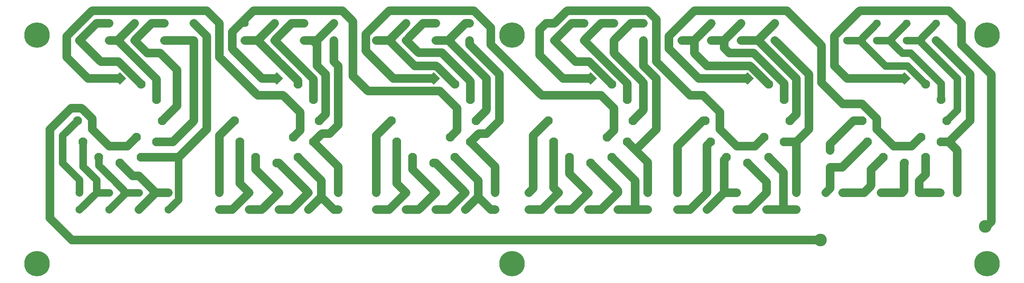
<source format=gbl>
G04*
G04 #@! TF.GenerationSoftware,Altium Limited,Altium Designer,25.8.1 (18)*
G04*
G04 Layer_Physical_Order=2*
G04 Layer_Color=16711680*
%FSLAX44Y44*%
%MOMM*%
G71*
G04*
G04 #@! TF.SameCoordinates,C759EE04-39D3-4D0C-B5B0-0D6C31F46B31*
G04*
G04*
G04 #@! TF.FilePolarity,Positive*
G04*
G01*
G75*
%ADD15C,6.0000*%
%ADD16C,3.0000*%
%ADD17C,1.8000*%
%ADD18C,2.1000*%
%ADD19P,2.9699X4X270.0*%
%ADD20C,1.8000*%
%ADD21C,2.0000*%
D15*
X-1020000Y-57500D02*
D03*
Y482500D02*
D03*
X-2140000D02*
D03*
X100000D02*
D03*
Y-57500D02*
D03*
X-2140000D02*
D03*
D16*
X-293000Y-2000D02*
D03*
X96000Y30000D02*
D03*
D17*
X-10000Y110000D02*
D03*
X30000D02*
D03*
X-350000Y70000D02*
D03*
X-350000Y110000D02*
D03*
X-700000D02*
D03*
Y70000D02*
D03*
X-20000Y510000D02*
D03*
Y470000D02*
D03*
X-100000Y110000D02*
D03*
X-60000Y110000D02*
D03*
X-400000Y510000D02*
D03*
X-400000Y470000D02*
D03*
X-420000Y110000D02*
D03*
X-420000Y70000D02*
D03*
X-710000Y510000D02*
D03*
Y470000D02*
D03*
X-770000Y110000D02*
D03*
Y70000D02*
D03*
X-90000Y510000D02*
D03*
Y470000D02*
D03*
X-190000Y110000D02*
D03*
X-150000D02*
D03*
X-480000Y510000D02*
D03*
X-480000Y470000D02*
D03*
X-490000Y110000D02*
D03*
X-490000Y70000D02*
D03*
X-780000Y510000D02*
D03*
X-780000Y470000D02*
D03*
X-840000Y110000D02*
D03*
Y70000D02*
D03*
X-160000Y510000D02*
D03*
Y470000D02*
D03*
X-280000Y110000D02*
D03*
X-240000Y110000D02*
D03*
X-550000Y510000D02*
D03*
X-550000Y470000D02*
D03*
X-560000Y110000D02*
D03*
X-560000Y70000D02*
D03*
X-850000Y510000D02*
D03*
X-850000Y470000D02*
D03*
X-910000Y110000D02*
D03*
Y70000D02*
D03*
X-230000Y510000D02*
D03*
X-230000Y470000D02*
D03*
X-270000Y210000D02*
D03*
X-270000Y170000D02*
D03*
X-620000Y510000D02*
D03*
X-620000Y470000D02*
D03*
X-630000Y110000D02*
D03*
X-630000Y70000D02*
D03*
X-920000Y510000D02*
D03*
X-920000Y470000D02*
D03*
X-980000Y110000D02*
D03*
Y70000D02*
D03*
X-1060000Y70000D02*
D03*
Y110000D02*
D03*
X-1430000Y110000D02*
D03*
X-1430000Y70000D02*
D03*
X-1770000Y510000D02*
D03*
X-1770000Y470000D02*
D03*
X-1120000D02*
D03*
Y510000D02*
D03*
X-1130000Y70000D02*
D03*
Y110000D02*
D03*
X-1440000Y470000D02*
D03*
X-1440000Y510000D02*
D03*
X-1500000Y70000D02*
D03*
Y110000D02*
D03*
X-1840000Y470000D02*
D03*
X-1840000Y510000D02*
D03*
X-1830000Y70000D02*
D03*
X-1830000Y110000D02*
D03*
X-1200000Y470000D02*
D03*
Y510000D02*
D03*
Y70000D02*
D03*
Y110000D02*
D03*
X-1510000Y470000D02*
D03*
Y510000D02*
D03*
X-1570000Y70000D02*
D03*
Y110000D02*
D03*
X-1910000Y470000D02*
D03*
Y510000D02*
D03*
X-1900000Y70000D02*
D03*
Y110000D02*
D03*
X-1270000Y470000D02*
D03*
Y510000D02*
D03*
X-1270000Y70000D02*
D03*
Y110000D02*
D03*
X-1580000Y470000D02*
D03*
Y510000D02*
D03*
X-1640000Y70000D02*
D03*
Y110000D02*
D03*
X-1970000Y470000D02*
D03*
Y510000D02*
D03*
Y70000D02*
D03*
Y110000D02*
D03*
X-1340000Y470000D02*
D03*
Y510000D02*
D03*
Y70000D02*
D03*
Y110000D02*
D03*
X-1650000Y470000D02*
D03*
Y510000D02*
D03*
X-1710000Y70000D02*
D03*
Y110000D02*
D03*
X-2040000Y470000D02*
D03*
Y510000D02*
D03*
Y70000D02*
D03*
Y110000D02*
D03*
D18*
X-1906109Y241110D02*
D03*
X-1845000Y280000D02*
D03*
X-1858397Y330000D02*
D03*
X-1895000Y366603D02*
D03*
X-2045000Y280000D02*
D03*
X-2031603Y230000D02*
D03*
X-1995000Y193397D02*
D03*
X-1945000Y180000D02*
D03*
X-1895000Y193397D02*
D03*
X-1858397Y230000D02*
D03*
X-1488397D02*
D03*
X-1525000Y193397D02*
D03*
X-1575000Y180000D02*
D03*
X-1625000Y193397D02*
D03*
X-1661603Y230000D02*
D03*
X-1675000Y280000D02*
D03*
X-1525000Y366603D02*
D03*
X-1488397Y330000D02*
D03*
X-1475000Y280000D02*
D03*
X-1536109Y241110D02*
D03*
X-796109D02*
D03*
X-734999Y280000D02*
D03*
X-748397Y330000D02*
D03*
X-785000Y366603D02*
D03*
X-935001Y280000D02*
D03*
X-921603Y230000D02*
D03*
X-885000Y193397D02*
D03*
X-835000Y180000D02*
D03*
X-785000Y193397D02*
D03*
X-748397Y230000D02*
D03*
X-1118397D02*
D03*
X-1155000Y193397D02*
D03*
X-1205000Y180000D02*
D03*
X-1255000Y193397D02*
D03*
X-1291603Y230000D02*
D03*
X-1305000Y280000D02*
D03*
X-1155000Y366603D02*
D03*
X-1118397Y330000D02*
D03*
X-1104999Y280000D02*
D03*
X-1166109Y241110D02*
D03*
X-426109D02*
D03*
X-365000Y280000D02*
D03*
X-378397Y330000D02*
D03*
X-415000Y366603D02*
D03*
X-565000Y280000D02*
D03*
X-551603Y230000D02*
D03*
X-515000Y193397D02*
D03*
X-465000Y180000D02*
D03*
X-415000Y193397D02*
D03*
X-378397Y230000D02*
D03*
X-8397D02*
D03*
X-45000Y193397D02*
D03*
X-95000Y180000D02*
D03*
X-145000Y193397D02*
D03*
X-181603Y230000D02*
D03*
X-195000Y280000D02*
D03*
X-45000Y366603D02*
D03*
X-8397Y330000D02*
D03*
X5001Y280000D02*
D03*
X-56109Y241110D02*
D03*
D19*
X-1945000Y380000D02*
D03*
X-1575000D02*
D03*
X-835000D02*
D03*
X-1205000D02*
D03*
X-465000D02*
D03*
X-95000D02*
D03*
D20*
X-230000Y470000D02*
X-195000D01*
X-160000D02*
X-125000D01*
X-130000D02*
X-100000Y440000D01*
X-160000Y470000D02*
X-130000D01*
X-90000D02*
X-55000D01*
X-60000D02*
X30000Y380000D01*
X-60000Y470000D02*
X-20000Y510000D01*
X-200000Y470000D02*
X-160000Y510000D01*
X-130000Y470000D02*
X-90000Y510000D01*
X-200000Y470000D02*
X-140000Y410000D01*
X-140000D01*
X-230000Y470000D02*
X-200000D01*
X-100000Y440000D02*
X-80000D01*
X-140000Y410000D02*
X-88397D01*
X-45000Y366603D01*
X-80000Y440000D02*
X-8397Y368397D01*
Y330000D02*
Y368397D01*
X-1930000Y110000D02*
X-1900000D01*
X-1970000Y70000D02*
X-1930000Y110000D01*
X-2000000D02*
X-1970000D01*
X-2040000Y70000D02*
X-2000000Y110000D01*
X-2040000D02*
Y140000D01*
X-2080000Y180000D02*
X-2040000Y140000D01*
X-2080000Y180000D02*
Y245000D01*
X-2045000Y280000D01*
X-2000000Y110000D02*
Y140000D01*
X-2031603Y171603D02*
X-2000000Y140000D01*
X-2031603Y171603D02*
Y230000D01*
X-1995000Y193397D02*
X-1994426Y192823D01*
Y174426D02*
Y192823D01*
Y174426D02*
X-1960000Y140000D01*
X-1830000Y70000D02*
X-1806603Y93397D01*
Y193397D01*
X5001Y280000D02*
Y280812D01*
X30000Y305811D01*
Y380000D01*
X-1960000Y140000D02*
X-1960000D01*
X-1930000Y110000D01*
X-1935000D02*
X-1905000Y110000D01*
D21*
X-260000Y410000D02*
Y480000D01*
X-230000Y510000D01*
X-200000Y540000D02*
X-165000D01*
X-230000Y510000D02*
X-200000Y540000D01*
X-260000Y410000D02*
X-230000Y380000D01*
X-1525000Y366603D02*
Y375000D01*
X-1620000Y470000D02*
X-1568397Y418397D01*
X-1510000Y470000D02*
X-1480000D01*
X-1680000Y490000D02*
X-1630000Y540000D01*
X-1365000Y485000D02*
X-1310000Y540000D01*
X-270000Y210000D02*
Y225000D01*
X-650000Y480000D02*
X-590000Y540000D01*
X-165000D02*
X10000D01*
X-270000Y225000D02*
X-215000Y280000D01*
X-195000D01*
X-970000Y245000D02*
X-935001Y280000D01*
X-980000Y70000D02*
X-950000D01*
X-910000Y110000D01*
Y70000D02*
X-880000D01*
X-840000Y110000D01*
X-885000Y193397D02*
X-884809Y193206D01*
X-785000Y193397D02*
X-730000Y138397D01*
X-884809Y154809D02*
Y193206D01*
X-840000Y70000D02*
X-810000D01*
X-770000Y110000D01*
X-1170000Y70000D02*
X-1130000Y110000D01*
X-1200000Y70000D02*
X-1170000D01*
X-1205000Y180000D02*
X-1204809Y179808D01*
X-1199808D01*
X-1130000Y110000D01*
X-1254809Y164809D02*
Y193206D01*
Y164809D02*
X-1200000Y110000D01*
X-1060000D02*
Y171603D01*
X-1118397Y230000D02*
X-1060000Y171603D01*
X-1100000Y100000D02*
Y138397D01*
X-1155000Y193397D02*
X-1100000Y138397D01*
X-1070000Y70000D02*
X-1060000D01*
X-1100000Y100000D02*
X-1070000Y70000D01*
X-1130000D02*
X-1100000Y100000D01*
X-1255000Y193397D02*
X-1254809Y193206D01*
X-1240000Y70000D02*
X-1200000Y110000D01*
X-1270000Y70000D02*
X-1240000D01*
X-1310000D02*
X-1270000Y110000D01*
X-1340000Y70000D02*
X-1310000D01*
X-1291603Y131603D02*
X-1270000Y110000D01*
X-1291603Y131603D02*
Y230000D01*
X-1340000Y110000D02*
Y245000D01*
X-1305000Y280000D01*
X-1540000Y70000D02*
X-1500000Y110000D01*
X-1570000Y70000D02*
X-1540000D01*
X-1575000Y180000D02*
X-1574809Y179808D01*
X-1569808D01*
X-1500000Y110000D01*
X-1624809Y164809D02*
Y193206D01*
Y164809D02*
X-1570000Y110000D01*
X-1488397Y230000D02*
X-1430000Y171603D01*
X-1470000Y100000D02*
Y138397D01*
X-1525000Y193397D02*
X-1470000Y138397D01*
X-1440000Y70000D02*
X-1430000D01*
X-1470000Y100000D02*
X-1440000Y70000D01*
X-1500000D02*
X-1470000Y100000D01*
X-1625000Y193397D02*
X-1624809Y193206D01*
X-1610000Y70000D02*
X-1570000Y110000D01*
X-1640000Y70000D02*
X-1610000D01*
X-1680000D02*
X-1640000Y110000D01*
X-1710000Y70000D02*
X-1680000D01*
X-1661603Y131603D02*
X-1640000Y110000D01*
X-1661603Y131603D02*
Y230000D01*
X-1710000Y110000D02*
Y245000D01*
X-1675000Y280000D01*
X-415000Y193397D02*
X-380000Y158397D01*
X-490000Y70000D02*
X-460000D01*
X-420000Y110000D01*
X-630000Y70000D02*
X-600000D01*
X-560000Y110000D01*
X-734999Y280000D02*
Y280271D01*
X-378206Y230191D02*
X-349809D01*
X-378397Y230000D02*
X-378206Y230191D01*
X-1118397Y230000D02*
X-1118127D01*
X-1098126Y250000D01*
X-1080000D01*
X-1050000Y280000D01*
X-1104999D02*
Y280271D01*
X-1080000Y305270D01*
X-1300000Y380000D02*
X-1205000D01*
X-1230000Y510000D02*
X-1200000D01*
X-1264349Y475651D02*
X-1230000Y510000D01*
X-1050000Y280000D02*
Y390000D01*
X-1540000Y510000D02*
X-1510000D01*
X-1620000Y470000D02*
X-1580000Y510000D01*
X-1568397Y418397D02*
X-1525000Y375000D01*
X-1460000Y295270D02*
Y390000D01*
X-1475000Y280271D02*
X-1460000Y295270D01*
X-1475000Y280000D02*
Y280271D01*
X-1450000Y250000D02*
X-1430000Y270000D01*
X-1468126Y250000D02*
X-1450000D01*
X-1488127Y230000D02*
X-1468126Y250000D01*
X-1488397Y230000D02*
X-1488127D01*
X-1430000Y110000D02*
Y171603D01*
X-1190000Y350000D02*
X-1150000Y310000D01*
Y257489D02*
Y310000D01*
X-1166109Y241380D02*
X-1150000Y257489D01*
X-1166109Y241110D02*
Y241380D01*
X-810000Y340000D02*
X-780000Y310000D01*
Y257489D02*
Y310000D01*
X-796109Y241380D02*
X-780000Y257489D01*
X-796109Y241110D02*
Y241380D01*
X-230000Y380000D02*
X-95000D01*
X-570000Y340000D02*
X-530000Y300000D01*
Y260000D02*
Y300000D01*
X-447219Y220000D02*
X-426109Y241110D01*
X-426109D01*
X-490000Y220000D02*
X-447219D01*
X-530000Y260000D02*
X-490000Y220000D01*
X-580000Y380000D02*
X-465000D01*
X-1490000Y470000D02*
X-1485000Y465000D01*
X-1430000Y270000D02*
Y410000D01*
X-1395000Y385000D02*
X-1360000Y350000D01*
X-1190000D01*
X-1270000Y470000D02*
X-1240651Y440651D01*
X-1118397Y330000D02*
Y373397D01*
X-1080000Y305270D02*
Y380000D01*
X-950000Y340000D02*
X-810000D01*
X-900001Y380000D02*
X-835000D01*
X-940000Y510000D02*
X-920000D01*
X-890000Y540000D01*
X-850000Y470000D02*
X-810000Y510000D01*
X-780000D01*
X-780000Y470000D02*
X-740000Y510000D01*
X-710000D01*
X-920000Y470000D02*
X-870000Y420000D01*
X-920000Y470000D02*
X-880000Y510000D01*
X-850000D01*
X-710000Y305270D02*
Y370000D01*
X-734999Y280271D02*
X-710000Y305270D01*
X-748397Y230000D02*
X-729199Y210801D01*
X-680000Y260000D01*
X-890000Y540000D02*
X-700000D01*
X-680000Y260000D02*
Y380000D01*
X-550000Y470000D02*
X-520000D01*
X-480000Y510000D01*
X-955000Y435000D02*
X-900001Y380000D01*
X-955000Y495000D02*
X-940000Y510000D01*
X-955000Y435000D02*
Y495000D01*
X-870000Y420000D02*
X-838397D01*
X-785000Y366603D01*
X-748397Y330000D02*
Y368397D01*
X-850000Y470000D02*
X-748397Y368397D01*
X-780000Y440000D02*
Y470000D01*
Y440000D02*
X-710000Y370000D01*
X-700000Y540000D02*
X-680000Y520000D01*
Y420000D02*
Y520000D01*
X-710000Y410000D02*
Y470000D01*
Y410000D02*
X-680000Y380000D01*
X-680000Y420000D02*
X-600000Y340000D01*
X-570000D01*
X-650000Y450000D02*
X-580000Y380000D01*
X-650000Y450000D02*
Y480000D01*
X-620000Y470000D02*
X-590000D01*
X-550000Y510000D01*
X-590000Y440000D02*
Y470000D01*
Y440000D02*
X-560000Y410000D01*
X-520000Y451716D02*
Y470000D01*
Y451716D02*
X-508284Y440000D01*
X-560000Y410000D02*
X-458397D01*
X-415000Y366603D01*
X-508284Y440000D02*
X-450000D01*
X-378397Y330000D02*
Y368397D01*
X-450000Y440000D02*
X-378397Y368397D01*
X-480000Y470000D02*
X-440000D01*
X-365000Y280271D02*
X-350000Y295270D01*
X-365000Y280000D02*
Y280271D01*
X-440000Y470000D02*
X-400000Y510000D01*
X10000Y230000D02*
X60000Y280000D01*
X-8397Y230000D02*
X10000D01*
X-8397Y230000D02*
X-8397Y230000D01*
X-440000Y470000D02*
X-350000Y380000D01*
Y295270D02*
Y380000D01*
X-349809Y230191D02*
X-320000Y260000D01*
X-56380Y241110D02*
X-56109D01*
X-77489Y220000D02*
X-56380Y241110D01*
X-371716Y540000D02*
X-290000Y458284D01*
X-590000Y540000D02*
X-371716D01*
X-400000Y470000D02*
X-320000Y390000D01*
Y260000D02*
Y390000D01*
X-120000Y220000D02*
X-77489D01*
X-160000Y260000D02*
X-120000Y220000D01*
X-290000Y370000D02*
Y458284D01*
Y370000D02*
X-240000Y320000D01*
X-1488397Y330000D02*
Y378397D01*
X-1610000Y380000D02*
X-1575000D01*
X-1536109Y241110D02*
Y241380D01*
X-1520000Y257489D01*
Y300000D01*
X-1560000Y340000D02*
X-1520000Y300000D01*
X-1620000Y340000D02*
X-1560000D01*
X-2010000Y540000D02*
X-1740000D01*
X-2040000Y510000D02*
X-2010000Y540000D01*
X-2040000Y470000D02*
X-2000000Y510000D01*
X-1970000D01*
Y470000D02*
X-1950000D01*
X-1910000Y510000D01*
Y470000D02*
X-1870000Y510000D01*
X-1840000D01*
X-1840000Y470000D02*
X-1770000D01*
X-1858206Y230191D02*
X-1819809D01*
X-1858397Y230000D02*
X-1858206Y230191D01*
X-1770000Y280000D02*
Y470000D01*
X-1819809Y230191D02*
X-1770000Y280000D01*
X-1770000Y510000D02*
Y510000D01*
X-1895000Y193397D02*
X-1806603D01*
X-1860000Y110000D02*
X-1830000D01*
X-1900000Y70000D02*
X-1860000Y110000D01*
X-1945000Y180000D02*
X-1915000Y150000D01*
X-1900000D01*
X-1860000Y110000D01*
X-1910000Y470000D02*
X-1880000Y440000D01*
X-1850000D01*
X-1810000Y400000D01*
Y315000D02*
Y400000D01*
X-1845000Y280000D02*
X-1810000Y315000D01*
X-1858397Y330000D02*
Y378397D01*
X-1950000Y470000D02*
X-1858397Y378397D01*
X-1948397Y420000D02*
X-1895000Y366603D01*
X-1990000Y420000D02*
X-1948397D01*
X-2040000Y470000D02*
X-1990000Y420000D01*
X-2020000Y380000D02*
X-1945000D01*
X-2070000Y430000D02*
X-2020000Y380000D01*
X-2070000Y430000D02*
Y480000D01*
X-2060024Y489976D01*
X-2060024D01*
X-2040000Y510000D01*
X-1070000Y460000D02*
X-950000Y340000D01*
X-1070000Y460000D02*
Y500000D01*
X-1110000Y540000D02*
X-1070000Y500000D01*
X-1120000Y460000D02*
Y470000D01*
Y460000D02*
X-1050000Y390000D01*
X-1200000Y470000D02*
X-1170000D01*
X-1198397Y410000D02*
X-1155000Y366603D01*
X-1240651Y440651D02*
X-1185651D01*
X-1118397Y373397D01*
X-1310000Y540000D02*
X-1110000D01*
X-1365000Y445000D02*
Y485000D01*
Y445000D02*
X-1300000Y380000D01*
X-1420000Y540000D02*
X-1395000Y515000D01*
X-1630000Y540000D02*
X-1420000D01*
X-1395000Y385000D02*
Y515000D01*
X-1440000Y420000D02*
Y470000D01*
Y420000D02*
X-1430000Y410000D01*
X-1480000Y470000D02*
X-1440000Y510000D01*
X-1480000Y410000D02*
X-1460000Y390000D01*
X-1480000Y410000D02*
Y470000D01*
X-1580000D02*
X-1540000Y510000D01*
X-1580000Y470000D02*
X-1488397Y378397D01*
X-1650000Y470000D02*
X-1620000D01*
X-1680000Y450000D02*
X-1610000Y380000D01*
X-1680000Y450000D02*
Y490000D01*
X-1770000Y510000D02*
X-1740000Y480000D01*
X-1806603Y193397D02*
X-1740000Y260000D01*
Y480000D01*
Y540000D02*
X-1710000Y510000D01*
Y430000D02*
Y510000D01*
Y430000D02*
X-1620000Y340000D01*
X-240000Y320000D02*
X-195000D01*
X-160000Y285000D01*
Y260000D02*
Y285000D01*
X-349809Y110191D02*
Y230191D01*
X-350000Y110000D02*
X-349809Y110191D01*
X-420000Y70000D02*
X-380000D01*
X-350000D02*
X-350000Y70000D01*
X-380000Y70000D02*
X-350000D01*
X-380000D02*
Y158397D01*
X-465000Y180000D02*
X-420000Y135000D01*
Y110000D02*
Y135000D01*
X-560000Y70000D02*
X-520000Y110000D01*
X-490000D01*
X-560000D02*
Y221603D01*
X-551603Y230000D01*
X-630000Y110000D02*
Y220000D01*
X-570000Y280000D01*
X-700000Y110000D02*
Y181603D01*
X-729199Y210801D02*
X-700000Y181603D01*
X-770000Y70000D02*
X-730000D01*
X-700000D02*
X-700000Y70000D01*
X-730000Y70000D02*
X-700000D01*
X-730000D02*
Y138397D01*
X-835000Y180000D02*
X-770000Y115000D01*
Y110000D02*
Y115000D01*
X-884809Y154809D02*
X-840000Y110000D01*
X-921603Y121603D02*
Y230000D01*
Y121603D02*
X-910000Y110000D01*
X-970000Y120000D02*
Y245000D01*
X-980000Y110000D02*
X-970000Y120000D01*
X-270000Y170000D02*
X-241603D01*
X-181603Y230000D01*
X-280000Y110000D02*
X-270000Y120000D01*
Y170000D01*
X-240000Y110000D02*
X-190000D01*
X-190000Y110000D01*
X-173476Y126524D01*
Y164651D01*
X-145000Y193127D01*
Y193397D01*
X-150000Y110000D02*
X-100000D01*
X-95191Y114809D01*
Y179808D01*
X-95000Y180000D01*
X-60000Y110000D02*
X-60000Y110000D01*
X-10000D01*
X-60000Y110000D02*
Y138126D01*
X-45191Y152935D01*
Y193206D01*
X-45000Y193397D01*
X30000Y110000D02*
Y210000D01*
X10000Y230000D02*
X30000Y210000D01*
X60000Y280000D02*
Y390000D01*
X-20000Y470000D02*
X60000Y390000D01*
X10000Y540000D02*
X40000Y510000D01*
Y460000D02*
Y510000D01*
Y460000D02*
X110000Y390000D01*
Y41716D02*
Y390000D01*
X98284Y30000D02*
X110000Y41716D01*
X96000Y30000D02*
X98284D01*
X-2058000Y-2000D02*
X-293000D01*
X-2110000Y50000D02*
X-2058000Y-2000D01*
X-2110000Y50000D02*
Y260000D01*
X-2060000Y310000D01*
X-2035000D01*
X-2010000Y285000D01*
Y260000D02*
Y285000D01*
Y260000D02*
X-1970000Y220000D01*
X-1927219D01*
X-1906109Y241110D01*
X-1906109D01*
X-475000Y470000D02*
X-435000Y470000D01*
X-1170000Y470000D02*
X-1130000Y510000D01*
X-1120000D01*
X-1165000Y465000D02*
X-1080000Y380000D01*
X-1170000Y470000D02*
X-1165000Y465000D01*
X-1195000Y470000D02*
X-1165000Y470000D01*
X-1310000Y470000D02*
X-1270000Y510000D01*
X-1340000Y470000D02*
X-1310000D01*
X-1250000Y410000D01*
X-1198397D01*
X-1335000Y470000D02*
X-1305000Y470000D01*
X-1645000Y470000D02*
X-1615000Y470000D01*
X-1965000D02*
X-1945000D01*
X-1865000Y110000D02*
X-1835000D01*
X-1470000Y95000D02*
Y133397D01*
X-1100000Y95000D02*
Y133397D01*
X-520000Y110000D02*
Y188127D01*
X-515000Y193127D01*
Y193397D01*
X-3397Y230000D02*
X15000Y230000D01*
M02*

</source>
